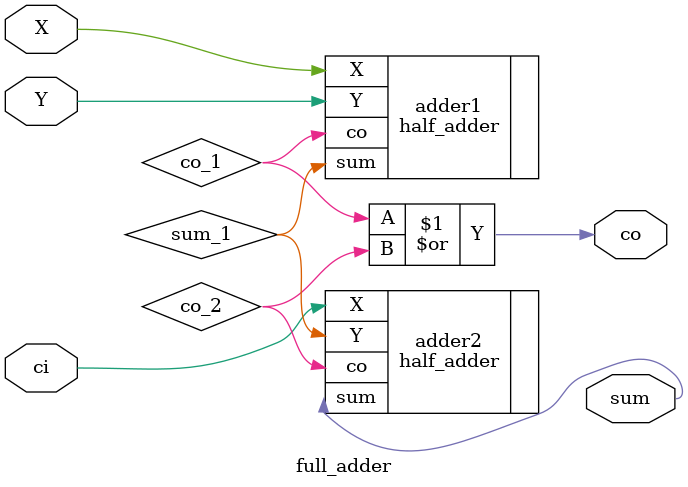
<source format=v>
`timescale 1ns / 1ps
`default_nettype none //helps catch typo-related bugs

module full_adder(X,Y,ci,sum,co);
	input wire X, Y, ci;
	output wire sum, co;
	wire sum_1, co_1, co_2;

	half_adder adder1(.X(X), .Y(Y), .sum(sum_1), .co (co_1));
	half_adder adder2(.X(ci), .Y(sum_1), .sum(sum), .co (co_2));
	assign co = co_1 | co_2;
	
endmodule
`default_nettype wire //some Xilinx IP requires that the default_nettype be set to wire
</source>
